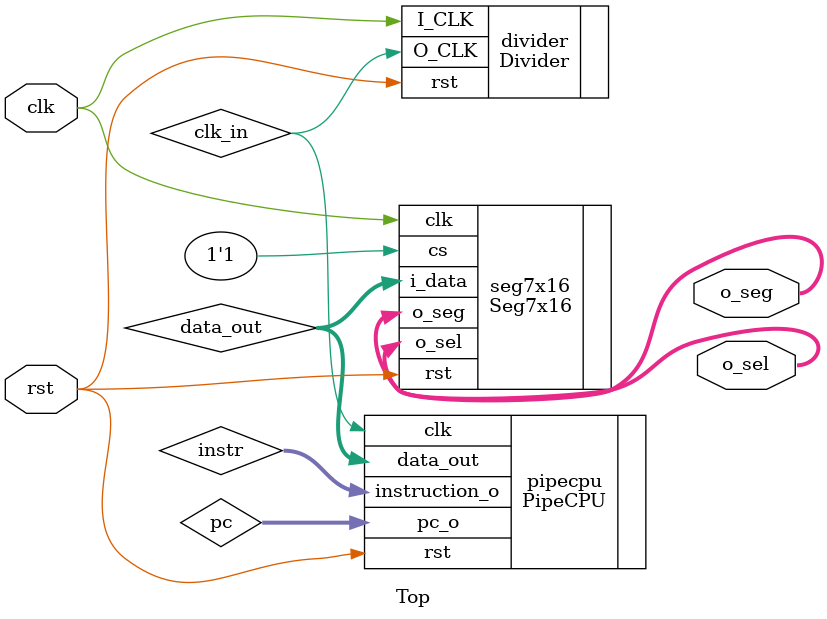
<source format=v>
`timescale 1ns / 1ps

module Top(
    input clk,
    input rst,
    output [7:0] o_seg,// 显示数字
	output [7:0] o_sel // 选择数码管
);

    wire clk_in;
    wire [31:0] pc;
    wire [31:0] instr;
    wire [31:0] data_out;

    Divider divider(
        .I_CLK(clk),
        .rst(rst),
        .O_CLK(clk_in)
    );

    PipeCPU pipecpu(
        .clk(clk_in),
        .rst(rst),
        .pc_o(pc),
        .instruction_o(instr),
        .data_out(data_out)
    );

    Seg7x16 seg7x16(
        .clk(clk),
        .rst(rst),
        .cs(1'b1),
        .i_data(data_out),
        .o_seg(o_seg),
        .o_sel(o_sel)
    );

endmodule

</source>
